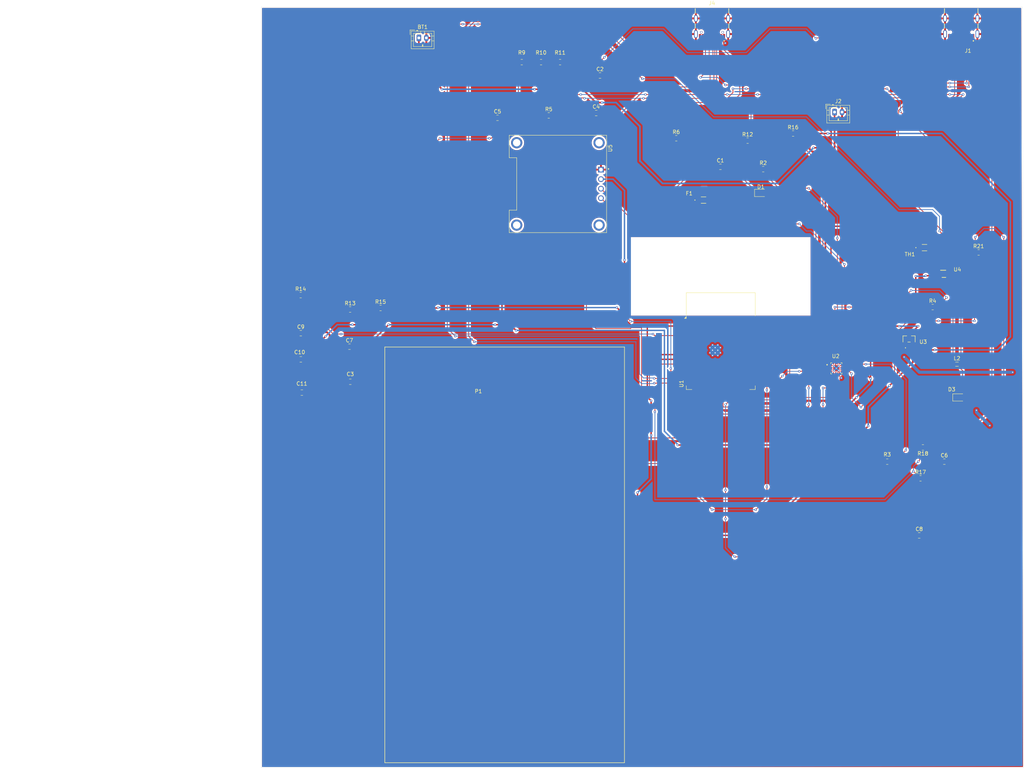
<source format=kicad_pcb>
(kicad_pcb (version 20241229) (generator "pcbnew") (generator_version "9.0")
  (layers (0 "F.Cu" signal) (2 "B.Cu" signal) (13 "F.Paste" user) (15 "B.Paste" user) (5 "F.SilkS" user "F.Silkscreen") (7 "B.SilkS" user "B.Silkscreen") (1 "F.Mask" user) (3 "B.Mask" user) (25 "Edge.Cuts" user))
  (net 0 "")
  (net 1 "Net-(D1-K)")
  (net 2 "GND")
  (net 3 "Net-(BT1-+)")
  (net 4 "IC_Output")
  (net 5 "Net-(D3-A)")
  (net 6 "+5V")
  (net 7 "/ADC")
  (net 8 "/GPIO17")
  (net 9 "+3V3")
  (net 10 "Net-(D1-A)")
  (net 11 "Net-(P1-Solar+)")
  (net 12 "/ShortDN")
  (net 13 "Net-(J1-CC2)")
  (net 16 "/ShortDP")
  (net 17 "Net-(J1-CC1)")
  (net 19 "Net-(J4-CC2)")
  (net 21 "Net-(J4-CC1)")
  (net 22 "/D-")
  (net 24 "/D+")
  (net 26 "Net-(U4-SW)")
  (net 27 "Net-(U2-TMR)")
  (net 28 "Net-(U2-ILIM)")
  (net 29 "Net-(U2-ISET)")
  (net 30 "Net-(U4-FB)")
  (net 31 "Net-(U2-~{CHG})")
  (net 32 "Net-(U2-~{PGOOD})")
  (net 33 "/GPIO14")
  (net 34 "Net-(U2-TS)")
  (net 42 "/GPIO12")
  (net 49 "/GPIO13")
  (net 61 "Net-(U1-IO8)")
  (net 63 "Net-(U1-IO9)")
  (footprint "1LDO:MODULE_DM-OLED096-636" (layer "F.Cu") (at 161.036 58.928 -90)
    (property "Reference" "U5")
    (property "Value" "DM-OLED096-636")
  )
  (footprint "Capacitor_SMD:C_0805_2012Metric" (layer "F.Cu") (at 92.6675 114.66225)
    (property "Reference" "C11")
    (property "Value" "1uF")
  )
  (footprint "Resistor_SMD:R_0805_2012Metric" (layer "F.Cu") (at 158.5995 40.64)
    (property "Reference" "R5")
    (property "Value" "5.1k")
  )
  (footprint "Capacitor_SMD:C_0805_2012Metric" (layer "F.Cu") (at 264.217 133.096)
    (property "Reference" "C6")
    (property "Value" "10uF")
  )
  (footprint "Capacitor_SMD:C_0805_2012Metric" (layer "F.Cu") (at 92.395 105.77225)
    (property "Reference" "C10")
    (property "Value" "0.1uF")
  )
  (footprint "Diode_SMD:D_0805_2012Metric" (layer "F.Cu") (at 268.149498 115.951)
    (property "Reference" "D3")
    (property "Value" "D_Schottky")
  )
  (footprint "Connector_JST:JST_PH_B2B-PH-K_1x02_P2.00mm_Vertical" (layer "F.Cu") (at 123.914 19.939)
    (property "Reference" "BT1")
    (property "Value" "LiPo_3.7V_2500mAh")
  )
  (footprint "1LDO:GCT_USB4105-GF-A" (layer "F.Cu") (at 268.732 14.732 180)
    (property "Reference" "J1")
    (property "Value" "USB4105-GF-A")
  )
  (footprint "Connector_JST:JST_PH_B2B-PH-K_1x02_P2.00mm_Vertical" (layer "F.Cu") (at 234.912 39.751)
    (property "Reference" "J2")
    (property "Value" "Conn_01x02_Pin")
  )
  (footprint "Capacitor_SMD:C_0805_2012Metric" (layer "F.Cu") (at 172.278 29.972)
    (property "Reference" "C2")
    (property "Value" "4.7uF")
  )
  (footprint "Capacitor_SMD:C_0805_2012Metric" (layer "F.Cu") (at 171.262 40.005)
    (property "Reference" "C4")
    (property "Value" "1uF")
  )
  (footprint "Resistor_SMD:R_0805_2012Metric" (layer "F.Cu") (at 257.867 137.541)
    (property "Reference" "R17")
    (property "Value" "220k")
  )
  (footprint "Resistor_SMD:R_0805_2012Metric" (layer "F.Cu") (at 261.109498 91.821)
    (property "Reference" "R4")
    (property "Value" "1.13k")
  )
  (footprint "Capacitor_SMD:C_0805_2012Metric" (layer "F.Cu") (at 257.5095 152.781)
    (property "Reference" "C8")
    (property "Value" "0.1uF")
  )
  (footprint "Audio_Module:NewNewPanel" (layer "F.Cu") (at 139.812 115.488)
    (property "Reference" "P1")
    (property "Value" "SolarPanel")
  )
  (footprint "Resistor_SMD:R_0805_2012Metric" (layer "F.Cu") (at 215.862 54.991)
    (property "Reference" "R2")
    (property "Value" "46.4k")
  )
  (footprint "1Thermistor:TRES_CMF0805_CTM" (layer "F.Cu") (at 199.9235 63.246)
    (property "Reference" "F1")
    (property "Value" "0ZRR0135FF1A")
  )
  (footprint "1LDO:GCT_USB4105-GF-A" (layer "F.Cu") (at 202.184 14.732 180)
    (property "Reference" "J4")
    (property "Value" "USB4105-GF-A")
  )
  (footprint "Resistor_SMD:R_0805_2012Metric" (layer "F.Cu") (at 192.6445 46.736)
    (property "Reference" "R6")
    (property "Value" "5.1k")
  )
  (footprint "Resistor_SMD:R_0805_2012Metric" (layer "F.Cu") (at 113.6885 92.06325)
    (property "Reference" "R15")
    (property "Value" "10k")
  )
  (footprint "Diode_SMD:D_0805_2012Metric" (layer "F.Cu") (at 215.227 61.341)
    (property "Reference" "D1")
    (property "Value" "SS14")
  )
  (footprint "Resistor_SMD:R_0805_2012Metric" (layer "F.Cu") (at 151.384 26.416)
    (property "Reference" "R9")
    (property "Value" "1.1M")
  )
  (footprint "1LDO:QFN50P300X300X100-17N" (layer "F.Cu") (at 235.392 108.166)
    (property "Reference" "U2")
    (property "Value" "BQ24075RGTR")
  )
  (footprint "Resistor_SMD:R_0805_2012Metric" (layer "F.Cu") (at 248.977 133.096)
    (property "Reference" "R3")
    (property "Value" "1.18k")
  )
  (footprint "Resistor_SMD:R_0805_2012Metric" (layer "F.Cu") (at 92.3525 88.62725)
    (property "Reference" "R14")
    (property "Value" "220k")
  )
  (footprint "Resistor_SMD:R_0805_2012Metric" (layer "F.Cu") (at 161.6245 26.416)
    (property "Reference" "R11")
    (property "Value" "56k")
  )
  (footprint "Inductor_SMD:L_0805_2012Metric" (layer "F.Cu") (at 267.5995 107.061)
    (property "Reference" "L2")
    (property "Value" "1uH")
  )
  (footprint "Capacitor_SMD:C_0805_2012Metric" (layer "F.Cu") (at 105.37575 102.39375)
    (property "Reference" "C7")
    (property "Value" "0.1uF")
  )
  (footprint "1TPS:DRL0006A" (layer "F.Cu") (at 264.111999 82.931003)
    (property "Reference" "U4")
    (property "Value" "TPS61023DRLR")
  )
  (footprint "1Thermistor:TRES_CMF0805_CTM" (layer "F.Cu") (at 258.926998 75.946)
    (property "Reference" "TH1")
    (property "Value" "Thermistor_NTC")
  )
  (footprint "Resistor_SMD:R_0805_2012Metric" (layer "F.Cu") (at 223.8395 45.466)
    (property "Reference" "R16")
    (property "Value" "10k")
  )
  (footprint "Resistor_SMD:R_0805_2012Metric" (layer "F.Cu") (at 258.502 129.286 180)
    (property "Reference" "R18")
    (property "Value" "100k")
  )
  (footprint "Resistor_SMD:R_0805_2012Metric" (layer "F.Cu") (at 105.5605 92.456)
    (property "Reference" "R13")
    (property "Value" "100k")
  )
  (footprint "Resistor_SMD:R_0805_2012Metric" (layer "F.Cu") (at 211.6945 47.371)
    (property "Reference" "R12")
    (property "Value" "56k")
  )
  (footprint "Capacitor_SMD:C_0805_2012Metric" (layer "F.Cu") (at 92.39 98.78725)
    (property "Reference" "C9")
    (property "Value" "1uF")
  )
  (footprint "RF_Module:ESP32-S3-WROOM-1" (layer "F.Cu") (at 204.527 100.876)
    (property "Reference" "U1")
    (property "Value" "ESP32-S3-WROOM-1")
  )
  (footprint "Resistor_SMD:R_0805_2012Metric" (layer "F.Cu") (at 156.5445 26.416)
    (property "Reference" "R10")
    (property "Value" "150k")
  )
  (footprint "Capacitor_SMD:C_0805_2012Metric" (layer "F.Cu") (at 204.432 54.356)
    (property "Reference" "C1")
    (property "Value" "10uF")
  )
  (footprint "1LDO:SOT23R_DIO" (layer "F.Cu") (at 254.804497 100.33)
    (property "Reference" "U3")
    (property "Value" "AP7333-33SRG-7" (hide yes))
  )
  (footprint "Resistor_SMD:R_0805_2012Metric" (layer "F.Cu") (at 273.3845 77.216)
    (property "Reference" "R21")
    (property "Value" "100k")
  )
  (footprint "Capacitor_SMD:C_0805_2012Metric" (layer "F.Cu") (at 144.907 41.275)
    (property "Reference" "C5")
    (property "Value" "47uF")
  )
  (footprint "Capacitor_SMD:C_0805_2012Metric" (layer "F.Cu") (at 105.598 111.76)
    (property "Reference" "C3")
    (property "Value" "10uF")
  )
  (gr_line (start 81.788 15.6845) (end 81.788 11.684) (stroke (width 0.05)) (layer "Edge.Cuts"))
  (gr_line (start 284.988 11.684) (end 285.496 214.884) (stroke (width 0.05)) (layer "Edge.Cuts"))
  (gr_line (start 81.788 214.884) (end 285.496 214.884) (stroke (width 0.05)) (layer "Edge.Cuts"))
  (gr_line (start 81.788 15.6845) (end 81.788 201.7395) (stroke (width 0.05)) (layer "Edge.Cuts"))
  (gr_line (start 284.988 11.684) (end 81.788 11.684) (stroke (width 0.05)) (layer "Edge.Cuts"))
  (gr_line (start 81.788 214.884) (end 81.788 201.7395) (stroke (width 0.05)) (layer "Edge.Cuts"))
  (segment (start 209.72575 56.77725) (end 207.3045 54.356) (width 0.2) (layer "F.Cu") (net 1))
  (segment (start 209.72575 56.77725) (end 195.75575 56.77725) (width 0.2) (layer "F.Cu") (net 1))
  (segment (start 236.912 85.471) (end 236.912 105.156) (width 0.2) (layer "F.Cu") (net 1))
  (segment (start 214.2895 61.341) (end 209.72575 56.77725) (width 0.2) (layer "F.Cu") (net 1))
  (segment (start 195.383 69.596) (end 225.482 69.596) (width 0.2) (layer "F.Cu") (net 1))
  (segment (start 195.75575 56.77725) (end 191.827 60.706) (width 0.2) (layer "F.Cu") (net 1))
  (segment (start 236.142 105.926) (end 236.142 106.731) (width 0.2) (layer "F.Cu") (net 1))
  (segment (start 191.827 60.706) (end 191.827 66.04) (width 0.2) (layer "F.Cu") (net 1))
  (segment (start 207.3045 54.356) (end 205.382 54.356) (width 0.2) (layer "F.Cu") (net 1))
  (segment (start 236.912 105.156) (end 236.142 105.926) (width 0.2) (layer "F.Cu") (net 1))
  (segment (start 237.547 84.836) (end 236.912 85.471) (width 0.2) (layer "F.Cu") (net 1))
  (segment (start 237.547 80.391) (end 237.547 84.836) (width 0.2) (layer "F.Cu") (net 1))
  (segment (start 191.827 66.04) (end 195.383 69.596) (width 0.2) (layer "F.Cu") (net 1))
  (via (at 225.482 69.596) (size 0.6) (drill 0.3) (layers "F.Cu" "B.Cu") (net 1))
  (via (at 237.547 80.391) (size 0.6) (drill 0.3) (layers "F.Cu" "B.Cu") (net 1))
  (segment (start 228.657 71.501) (end 237.547 80.391) (width 0.2) (layer "B.Cu") (net 1))
  (segment (start 225.482 69.596) (end 227.387 71.501) (width 0.2) (layer "B.Cu") (net 1))
  (segment (start 227.387 71.501) (end 228.657 71.501) (width 0.2) (layer "B.Cu") (net 1))
  (segment (start 235.972 108.746) (end 235.972 108.97739) (width 0.2) (layer "F.Cu") (net 2))
  (segment (start 274.297 77.216) (end 274.297 77.296) (width 0.2) (layer "F.Cu") (net 2))
  (segment (start 93.345 98.79225) (end 93.34 98.78725) (width 0.2) (layer "F.Cu") (net 2))
  (segment (start 258.4595 137.861) (end 258.7795 137.541) (width 0.2) (layer "F.Cu") (net 2))
  (segment (start 235.972 108.97739) (end 236.142 109.14739) (width 0.2) (layer "F.Cu") (net 2))
  (segment (start 170.312 40.005) (end 170.312 39.7225) (width 0.2) (layer "F.Cu") (net 2))
  (segment (start 193.557 46.736) (end 193.732 46.736) (width 0.2) (layer "F.Cu") (net 2))
  (segment (start 213.277 95.616) (end 212.797 95.616) (width 0.2) (layer "F.Cu") (net 2))
  (segment (start 160.712 26.416) (end 160.712 27.051) (width 0.2) (layer "F.Cu") (net 2))
  (segment (start 264.852 83.431002) (end 260.196998 88.086004) (width 0.2) (layer "F.Cu") (net 2))
  (segment (start 236.142 109.14739) (end 236.142 109.601) (width 0.2) (layer "F.Cu") (net 2))
  (segment (start 205.384 19.487) (end 205.384 20.98) (width 0.508) (layer "F.Cu") (net 2))
  (segment (start 236.142 109.601) (end 236.142 110.158) (width 0.2) (layer "F.Cu") (net 2))
  (segment (start 205.384 20.98) (end 205.74 21.336) (width 0.508) (layer "F.Cu") (net 2))
  (segment (start 260.196998 88.086004) (end 260.196998 91.821) (width 0.2) (layer "F.Cu") (net 2))
  (segment (start 93.6175 106.04475) (end 93.345 105.77225) (width 0.2) (layer "F.Cu") (net 2))
  (segment (start 93.34 88.70225) (end 93.265 88.62725) (width 0.2) (layer "F.Cu") (net 2))
  (segment (start 253.846998 101.346) (end 252.152 101.346) (width 0.2) (layer "F.Cu") (net 2))
  (segment (start 235.142 106.731) (end 235.142 107.916) (width 0.2) (layer "F.Cu") (net 2))
  (segment (start 213.277 95.616) (end 213.292 95.631) (width 0.2) (layer "F.Cu") (net 2))
  (segment (start 235.142 107.916) (end 235.392 108.166) (width 0.2) (layer "F.Cu") (net 2))
  (segment (start 236.142 110.158) (end 236.728 110.744) (width 0.2) (layer "F.Cu") (net 2))
  (via (at 272.796 119.38) (size 0.6) (drill 0.3) (layers "F.Cu" "B.Cu") (net 2))
  (via (at 236.728 110.744) (size 0.6) (drill 0.3) (layers "F.Cu" "B.Cu") (net 2))
  (via (at 276.352 123.444) (size 0.6) (drill 0.3) (layers "F.Cu" "B.Cu") (net 2))
  (via (at 282.448 109.22) (size 0.6) (drill 0.3) (layers "F.Cu" "B.Cu") (net 2))
  (via (at 253.492 105.156) (size 0.6) (drill 0.3) (layers "F.Cu" "B.Cu") (net 2))
  (via (at 205.74 21.336) (size 0.6) (drill 0.3) (layers "F.Cu" "B.Cu") (net 2))
  (segment (start 272.796 119.888) (end 276.352 123.444) (width 0.762) (layer "B.Cu") (net 2))
  (segment (start 272.796 119.38) (end 272.796 119.888) (width 0.762) (layer "B.Cu") (net 2))
  (segment (start 253.492 105.156) (end 257.556 109.22) (width 0.762) (layer "B.Cu") (net 2))
  (segment (start 257.556 109.22) (end 282.448 109.22) (width 0.762) (layer "B.Cu") (net 2))
  (segment (start 233.40767 108.02533) (end 233.957 108.02533) (width 0.4318) (layer "F.Cu") (net 3))
  (segment (start 232.467 107.696) (end 233.102 108.331) (width 0.4318) (layer "F.Cu") (net 3))
  (segment (start 234.912 50.546) (end 234.912 60.801) (width 0.4318) (layer "F.Cu") (net 3))
  (segment (start 229.292 49.276) (end 233.642 49.276) (width 0.4318) (layer "F.Cu") (net 3))
  (segment (start 123.914 32.004) (end 123.914 27.432) (width 0.4318) (layer "F.Cu") (net 3))
  (segment (start 234.912 60.801) (end 233.102 62.611) (width 0.4318) (layer "F.Cu") (net 3))
  (segment (start 233.642 49.276) (end 234.912 50.546) (width 0.4318) (layer "F.Cu") (net 3))
  (segment (start 130.048 33.566) (end 123.914 27.432) (width 0.4318) (layer "F.Cu") (net 3))
  (segment (start 232.467 62.611) (end 232.467 107.696) (width 0.4318) (layer "F.Cu") (net 3))
  (segment (start 123.914 27.432) (end 123.914 19.939) (width 0.4318) (layer "F.Cu") (net 3))
  (segment (start 172.7395 37.2485) (end 172.777 37.211) (width 0.4318) (layer "F.Cu") (net 3))
  (segment (start 233.102 108.331) (end 233.40767 108.02533) (width 0.4318) (layer "F.Cu") (net 3))
  (segment (start 233.16817 108.39717) (end 233.187 108.39717) (width 0.4318) (layer "F.Cu") (net 3))
  (segment (start 130.048 33.655) (end 130.048 33.566) (width 0.4318) (layer "F.Cu") (net 3))
  (segment (start 154.813 33.655) (end 167.645 33.655) (width 0.4318) (layer "F.Cu") (net 3))
  (segment (start 104.648 92.456) (end 104.648 51.27) (width 0.381) (layer "F.Cu") (net 3))
  (segment (start 167.645 33.655) (end 171.201 37.211) (width 0.4318) (layer "F.Cu") (net 3))
  (segment (start 104.648 51.27) (end 123.914 32.004) (width 0.381) (layer "F.Cu") (net 3))
  (segment (start 234.912 39.751) (end 234.912 50.546) (width 0.4318) (layer "F.Cu") (net 3))
  (segment (start 171.201 37.211) (end 172.777 37.211) (width 0.4318) (layer "F.Cu") (net 3))
  (segment (start 167.645 33.655) (end 171.328 29.972) (width 0.4318) (layer "F.Cu") (net 3))
  (segment (start 233.187 108.416) (end 233.957 108.416) (width 0.4318) (layer "F.Cu") (net 3))
  (segment (start 233.102 108.331) (end 233.16817 108.39717) (width 0.4318) (layer "F.Cu") (net 3))
  (segment (start 233.102 62.611) (end 232.467 62.611) (width 0.4318) (layer "F.Cu") (net 3))
  (via (at 130.048 33.655) (size 0.6) (drill 0.3) (layers "F.Cu" "B.Cu") (net 3))
  (via (at 154.813 33.655) (size 0.6) (drill 0.3) (layers "F.Cu" "B.Cu") (net 3))
  (via (at 172.777 37.211) (size 0.6) (drill 0.3) (layers "F.Cu" "B.Cu") (net 3))
  (via (at 229.292 49.276) (size 0.6) (drill 0.3) (layers "F.Cu" "B.Cu") (net 3))
  (segment (start 145.726 33.655) (end 154.813 33.655) (width 0.4318) (layer "B.Cu") (net 3))
  (segment (start 130.048 33.655) (end 145.726 33.655) (width 0.4318) (layer "B.Cu") (net 3))
  (segment (start 176.587 37.211) (end 182.937 43.561) (width 0.4318) (layer "B.Cu") (net 3))
  (segment (start 219.767 58.801) (end 229.292 49.276) (width 0.4318) (layer "B.Cu") (net 3))
  (segment (start 183.007 52.832) (end 188.976 58.801) (width 0.4318) (layer "B.Cu") (net 3))
  (segment (start 182.937 52.832) (end 183.007 52.832) (width 0.4318) (layer "B.Cu") (net 3))
  (segment (start 172.777 37.211) (end 176.587 37.211) (width 0.4318) (layer "B.Cu") (net 3))
  (segment (start 182.937 43.561) (end 182.937 52.832) (width 0.4318) (layer "B.Cu") (net 3))
  (segment (start 188.976 58.801) (end 219.767 58.801) (width 0.4318) (layer "B.Cu") (net 3))
  (segment (start 247.199 96.901) (end 244.532 99.568) (width 0.381) (layer "F.Cu") (net 4))
  (segment (start 167.132 41.656) (end 170.561 41.656) (width 0.381) (layer "F.Cu") (net 4))
  (segment (start 242.077 108.416) (end 240.214 108.416) (width 0.381) (layer "F.Cu") (net 4))
  (segment (start 263.371998 83.431002) (end 263.371998 82.931) (width 0.381) (layer "F.Cu") (net 4))
  (segment (start 257.232 96.901) (end 254.819 99.314) (width 0.381) (layer "F.Cu") (net 4))
  (segment (start 236.827 107.916) (end 239.714 107.916) (width 0.381) (layer "F.Cu") (net 4))
  (segment (start 149.86 98.044) (end 149.4505 97.6345) (width 0.381) (layer "F.Cu") (net 4))
  (segment (start 249.993 94.361) (end 254.692 94.361) (width 0.381) (layer "F.Cu") (net 4))
  (segment (start 146.107 45.409) (end 153.924 37.592) (width 0.381) (layer "F.Cu") (net 4))
  (segment (start 244.532 99.568) (end 244.532 110.871) (width 0.381) (layer "F.Cu") (net 4))
  (segment (start 240.214 108.416) (end 239.452 108.416) (width 0.381) (layer "F.Cu") (net 4))
  (segment (start 146.107 96.52) (end 146.107 45.409) (width 0.381) (layer "F.Cu") (net 4))
  (segment (start 149.4505 97.6345) (end 147.2215 97.6345) (width 0.381) (layer "F.Cu") (net 4))
  (segment (start 244.532 110.871) (end 242.077 108.416) (width 0.381) (layer "F.Cu") (net 4))
  (segment (start 239.452 108.416) (end 236.827 108.416) (width 0.381) (layer "F.Cu") (net 4))
  (segment (start 144.272 96.52) (end 146.107 96.52) (width 0.381) (layer "F.Cu") (net 4))
  (segment (start 248.342 96.901) (end 252.152 96.901) (width 0.381) (layer "F.Cu") (net 4))
  (segment (start 248.342 96.901) (end 247.199 96.901) (width 0.381) (layer "F.Cu") (net 4))
  (segment (start 170.561 41.656) (end 172.212 40.005) (width 0.381) (layer "F.Cu") (net 4))
  (segment (start 228.022 128.651) (end 240.722 115.951) (width 0.381) (layer "F.Cu") (net 4))
  (segment (start 172.212 40.9975) (end 172.212 40.005) (width 0.381) (layer "F.Cu") (net 4))
  (segment (start 254.692 94.361) (end 256.597 92.456) (width 0.381) (layer "F.Cu") (net 4))
  (segment (start 163.068 37.592) (end 167.132 41.656) (width 0.381) (layer "F.Cu") (net 4))
  (segment (start 254.819 99.314) (end 254.804497 99.314) (width 0.381) (layer "F.Cu") (net 4))
  (segment (start 153.924 37.592) (end 163.068 37.592) (width 0.381) (layer "F.Cu") (net 4))
  (segment (start 106.548 105.796) (end 115.824 96.52) (width 0.381) (layer "F.Cu") (net 4))
  (segment (start 248.342 96.901) (end 248.342 96.012) (width 0.381) (layer "F.Cu") (net 4))
  (segment (start 259.137 83.566) (end 259.271998 83.431002) (width 0.381) (layer "F.Cu") (net 4))
  (segment (start 248.342 96.012) (end 249.993 94.361) (width 0.381) (layer "F.Cu") (net 4))
  (segment (start 193.04 128.651) (end 228.022 128.651) (width 0.381) (layer "F.Cu") (net 4))
  (segment (start 239.714 107.916) (end 240.214 108.416) (width 0.381) (layer "F.Cu") (net 4))
  (segment (start 256.597 92.456) (end 256.597 83.566) (width 0.381) (layer "F.Cu") (net 4))
  (segment (start 263.371998 83.431002) (end 259.271998 83.431002) (width 0.381) (layer "F.Cu") (net 4))
  (segment (start 106.548 111.76) (end 106.548 105.796) (width 0.381) (layer "F.Cu") (net 4))
  (segment (start 147.2215 97.6345) (end 146.107 96.52) (width 0.381) (layer "F.Cu") (net 4))
  (via (at 257.232 96.901) (size 0.6) (drill 0.3) (layers "F.Cu" "B.Cu") (net 4))
  (via (at 252.152 96.901) (size 0.6) (drill 0.3) (layers "F.Cu" "B.Cu") (net 4))
  (via (at 259.271998 83.431002) (size 0.6) (drill 0.3) (layers "F.Cu" "B.Cu") (net 4))
  (via (at 244.532 110.871) (size 0.6) (drill 0.3) (layers "F.Cu" "B.Cu") (net 4))
  (via (at 240.722 115.951) (size 0.6) (drill 0.3) (layers "F.Cu" "B.Cu") (net 4))
  (via (at 144.272 96.52) (size 0.6) (drill 0.3) (layers "F.Cu" "B.Cu") (net 4))
  (via (at 193.04 128.651) (size 0.6) (drill 0.3) (layers "F.Cu" "B.Cu") (net 4))
  (via (at 256.597 83.566) (size 0.6) (drill 0.3) (layers "F.Cu" "B.Cu") (net 4))
  (via (at 149.86 98.044) (size 0.6) (drill 0.3) (layers "F.Cu" "B.Cu") (net 4))
  (via (at 115.824 96.52) (size 0.6) (drill 0.3) (layers "F.Cu" "B.Cu") (net 4))
  (segment (start 252.152 96.901) (end 257.232 96.901) (width 0.381) (layer "B.Cu") (net 4))
  (segment (start 244.532 112.141) (end 244.532 110.871) (width 0.381) (layer "B.Cu") (net 4))
  (segment (start 189.484 98.044) (end 189.484 124.968) (width 0.381) (layer "B.Cu") (net 4))
  (segment (start 115.824 96.52) (end 144.272 96.52) (width 0.381) (layer "B.Cu") (net 4))
  (segment (start 259.271998 83.431002) (end 259.137 83.566) (width 0.381) (layer "B.Cu") (net 4))
  (segment (start 189.484 124.968) (end 193.04 128.524) (width 0.381) (layer "B.Cu") (net 4))
  (segment (start 149.86 98.044) (end 189.484 98.044) (width 0.381) (layer "B.Cu") (net 4))
  (segment (start 259.137 83.566) (end 256.597 83.566) (width 0.381) (layer "B.Cu") (net 4))
  (segment (start 240.722 115.951) (end 244.532 112.141) (width 0.381) (layer "B.Cu") (net 4))
  (segment (start 214.376 35.052) (end 265.684 35.052) (width 0.2) (layer "F.Cu") (net 5))
  (segment (start 265.781549 73.552923) (end 265.781549 82.706451) (width 0.2) (layer "F.Cu") (net 5))
  (segment (start 268.662 85.586903) (end 265.781549 82.706451) (width 0.2) (layer "F.Cu") (net 5))
  (segment (start 265.781549 82.706451) (end 265.506098 82.431001) (width 0.2) (layer "F.Cu") (net 5))
  (segment (start 251.9226 39.394774) (end 251.9226 59.693974) (width 0.2) (layer "F.Cu") (net 5))
  (segment (start 184.404 35.052) (end 206.248 35.052) (width 0.2) (layer "F.Cu") (net 5))
  (segment (start 254.233374 37.084) (end 251.9226 39.394774) (width 0.2) (layer "F.Cu") (net 5))
  (segment (start 268.662 107.061) (end 268.662 85.586903) (width 0.2) (layer "F.Cu") (net 5))
  (segment (start 269.086998 108.755998) (end 269.086998 115.951) (width 0.2) (layer "F.Cu") (net 5))
  (segment (start 268.662 107.061) (end 268.662 108.331) (width 0.2) (layer "F.Cu") (net 5))
  (segment (start 251.9226 59.693974) (end 265.781549 73.552923) (width 0.2) (layer "F.Cu") (net 5))
  (segment (start 265.506098 82.431001) (end 264.852 82.431001) (width 0.2) (layer "F.Cu") (net 5))
  (segment (start 269.24 35.052) (end 267.208 37.084) (width 0.2) (layer "F.Cu") (net 5))
  (segment (start 150.4715 35.052) (end 150.4715 36.6605) (width 0.2) (layer "F.Cu") (net 5))
  (segment (start 150.4715 36.6605) (end 148.938 38.194) (width 0.2) (layer "F.Cu") (net 5))
  (segment (start 267.208 37.084) (end 254.233374 37.084) (width 0.2) (layer "F.Cu") (net 5))
  (segment (start 268.662 108.331) (end 269.086998 108.755998) (width 0.2) (layer "F.Cu") (net 5))
  (segment (start 150.4715 35.052) (end 167.132 35.052) (width 0.2) (layer "F.Cu") (net 5))
  (segment (start 150.4715 26.416) (end 150.4715 35.052) (width 0.2) (layer "F.Cu") (net 5))
  (segment (start 148.938 38.194) (end 145.857 41.275) (width 0.2) (layer "F.Cu") (net 5))
  (via (at 265.684 35.052) (size 0.6) (drill 0.3) (layers "F.Cu" "B.Cu") (net 5))
  (via (at 214.376 35.052) (size 0.6) (drill 0.3) (layers "F.Cu" "B.Cu") (net 5))
  (via (at 206.248 35.052) (size 0.6) (drill 0.3) (layers "F.Cu" "B.Cu") (net 5))
  (via (at 184.404 35.052) (size 0.6) (drill 0.3) (layers "F.Cu" "B.Cu") (net 5))
  (via (at 167.132 35.052) (size 0.6) (drill 0.3) (layers "F.Cu" "B.Cu") (net 5))
  (via (at 269.24 35.052) (size 0.6) (drill 0.3) (layers "F.Cu" "B.Cu") (net 5))
  (segment (start 265.684 35.052) (end 269.24 35.052) (width 0.2) (layer "B.Cu") (net 5))
  (segment (start 167.132 35.052) (end 184.404 35.052) (width 0.2) (layer "B.Cu") (net 5))
  (segment (start 206.248 35.052) (end 214.376 35.052) (width 0.2) (layer "B.Cu") (net 5))
  (segment (start 267.211998 121.488502) (end 267.211998 115.951) (width 0.2) (layer "F.Cu") (net 6))
  (segment (start 273.869 29.464) (end 276.917 32.512) (width 0.2) (layer "F.Cu") (net 6))
  (segment (start 276.917 119.2065) (end 273.14725 122.97625) (width 0.2) (layer "F.Cu") (net 6))
  (segment (start 265.72425 122.97625) (end 262.13325 126.56725) (width 0.2) (layer "F.Cu") (net 6))
  (segment (start 212.09 25.654) (end 207.886 25.654) (width 0.2) (layer "F.Cu") (net 6))
  (segment (start 267.211998 121.488502) (end 265.72425 122.97625) (width 0.2) (layer "F.Cu") (net 6))
  (segment (start 262.13325 126.56725) (end 259.4145 129.286) (width 0.2) (layer "F.Cu") (net 6))
  (segment (start 273.14725 122.97625) (end 265.72425 122.97625) (width 0.2) (layer "F.Cu") (net 6))
  (segment (start 259.4145 129.286) (end 259.457 129.286) (width 0.2) (layer "F.Cu") (net 6))
  (segment (start 276.917 32.512) (end 276.917 119.2065) (width 0.2) (layer "F.Cu") (net 6))
  (segment (start 231.14 21.463) (end 216.281 21.463) (width 0.2) (layer "F.Cu") (net 6))
  (segment (start 271.132 30.112) (end 271.132 19.487) (width 0.2) (layer "F.Cu") (net 6))
  (segment (start 270.764 33.02) (end 270.764 30.48) (width 0.2) (layer "F.Cu") (net 6))
  (segment (start 216.281 21.463) (end 212.09 25.654) (width 0.2) (layer "F.Cu") (net 6))
  (segment (start 270.764 30.48) (end 271.132 30.112) (width 0.2) (layer "F.Cu") (net 6))
  (segment (start 258.572 24.892) (end 258.572 29.464) (width 0.2) (layer "F.Cu") (net 6))
  (segment (start 255.143 21.463) (end 258.572 24.892) (width 0.2) (layer "F.Cu") (net 6))
  (segment (start 207.886 25.654) (end 204.584 22.352) (width 0.2) (layer "F.Cu") (net 6))
  (segment (start 271.132 30.112) (end 271.78 29.464) (width 0.2) (layer "F.Cu") (net 6))
  (segment (start 258.572 29.464) (end 262.128 33.02) (width 0.2) (layer "F.Cu") (net 6))
  (segment (start 271.78 29.464) (end 273.869 29.464) (width 0.2) (layer "F.Cu") (net 6))
  (segment (start 204.584 22.352) (end 204.584 19.487) (width 0.2) (layer "F.Cu") (net 6))
  (segment (start 259.457 129.286) (end 263.267 133.096) (width 0.2) (layer "F.Cu") (net 6))
  (segment (start 262.128 33.02) (end 265.684 33.02) (width 0.2) (layer "F.Cu") (net 6))
  (segment (start 231.14 21.463) (end 255.143 21.463) (width 0.2) (layer "F.Cu") (net 6))
  (segment (start 231.14 21.463) (end 229.673 21.463) (width 0.2) (layer "F.Cu") (net 6))
  (via (at 265.684 33.02) (size 0.6) (drill 0.3) (layers "F.Cu" "B.Cu") (net 6))
  (via (at 270.764 33.02) (size 0.6) (drill 0.3) (layers "F.Cu" "B.Cu") (net 6))
  (segment (start 265.684 33.02) (end 270.764 33.02) (width 0.2) (layer "B.Cu") (net 6))
  (segment (start 91.44 88.62725) (end 97.672375 94.859625) (width 0.2) (layer "F.Cu") (net 7))
  (segment (start 104.42575 102.39375) (end 101.6 99.568) (width 0.2) (layer "F.Cu") (net 7))
  (segment (start 105.457 94.996) (end 106.473 93.98) (width 0.2) (layer "F.Cu") (net 7))
  (segment (start 97.672375 95.640375) (end 97.672375 94.859625) (width 0.2) (layer "F.Cu") (net 7))
  (segment (start 106.473 93.98) (end 106.473 92.456) (width 0.2) (layer "F.Cu") (net 7))
  (segment (start 101.6 99.568) (end 97.672375 95.640375) (width 0.2) (layer "F.Cu") (net 7))
  (segment (start 186.8474 99.426) (end 195.777 99.426) (width 0.2) (layer "F.Cu") (net 7))
  (segment (start 186.436 99.0146) (end 186.8474 99.426) (width 0.2) (layer "F.Cu") (net 7))
  (segment (start 97.672375 94.859625) (end 97.80875 94.996) (width 0.2) (layer "F.Cu") (net 7))
  (segment (start 103.124 99.0146) (end 102.1534 99.0146) (width 0.2) (layer "F.Cu") (net 7))
  (segment (start 102.1534 99.0146) (end 101.6 99.568) (width 0.2) (layer "F.Cu") (net 7))
  (segment (start 97.80875 94.996) (end 105.457 94.996) (width 0.2) (layer "F.Cu") (net 7))
  (via (at 103.124 99.0146) (size 0.6) (drill 0.3) (layers "F.Cu" "B.Cu") (net 7))
  (via (at 186.436 99.0146) (size 0.6) (drill 0.3) (layers "F.Cu" "B.Cu") (net 7))
  (segment (start 186.436 99.0146) (end 103.124 99.0146) (width 0.2) (layer "B.Cu") (net 7))
  (segment (start 103.124 99.0146) (end 103.0786 99.0146) (width 0.2) (layer "B.Cu") (net 7))
  (segment (start 186.944 119.761) (end 186.944 116.275) (width 0.2) (layer "F.Cu") (net 8))
  (segment (start 185.492 107.046) (end 195.777 107.046) (width 0.2) (layer "F.Cu") (net 8))
  (segment (start 257.5895 132.7385) (end 257.5895 129.286) (width 0.2) (layer "F.Cu") (net 8))
  (segment (start 256.9545 137.541) (end 256.9545 136.6285) (width 0.2) (layer "F.Cu") (net 8))
  (segment (start 186.944 116.275) (end 185.477 114.808) (width 0.2) (layer "F.Cu") (net 8))
  (segment (start 185.477 114.808) (end 185.477 107.061) (width 0.2) (layer "F.Cu") (net 8))
  (segment (start 256.5595 152.781) (end 256.5595 137.936) (width 0.2) (layer "F.Cu") (net 8))
  (segment (start 185.477 107.061) (end 185.492 107.046) (width 0.2) (layer "F.Cu") (net 8))
  (segment (start 256.5595 137.936) (end 256.9545 137.541) (width 0.2) (layer "F.Cu") (net 8))
  (segment (start 257.232 133.096) (end 257.5895 132.7385) (width 0.2) (layer "F.Cu") (net 8))
  (segment (start 256.9545 136.6285) (end 255.962 135.636) (width 0.2) (layer "F.Cu") (net 8))
  (via (at 186.944 119.761) (size 0.6) (drill 0.3) (layers "F.Cu" "B.Cu") (net 8))
  (via (at 255.962 135.636) (size 0.6) (drill 0.3) (layers "F.Cu" "B.Cu") (net 8))
  (via (at 257.232 133.096) (size 0.6) (drill 0.3) (layers "F.Cu" "B.Cu") (net 8))
  (segment (start 248.342 143.256) (end 255.962 135.636) (width 0.2) (layer "B.Cu") (net 8))
  (segment (start 255.962 135.636) (end 255.962 134.366) (width 0.2) (layer "B.Cu") (net 8))
  (segment (start 255.962 134.366) (end 257.232 133.096) (width 0.2) (layer "B.Cu") (net 8))
  (segment (start 186.944 143.256) (end 248.342 143.256) (width 0.2) (layer "B.Cu") (net 8))
  (segment (start 186.944 119.761) (end 186.944 143.256) (width 0.2) (layer "B.Cu") (net 8))
  (segment (start 184.912 96.886) (end 195.777 96.886) (width 0.381) (layer "F.Cu") (net 9))
  (segment (start 91.445 101.092) (end 91.445 98.79225) (width 0.381) (layer "F.Cu") (net 9))
  (segment (start 184.912 105.776) (end 195.777 105.776) (width 0.381) (layer "F.Cu") (net 9))
  (segment (start 255.761996 106.626004) (end 255.761996 101.346) (width 0.381) (layer "F.Cu") (net 9))
  (segment (start 224.752 45.466) (end 233.102 45.466) (width 0.381) (layer "F.Cu") (net 9))
  (segment (start 178.816 94.488) (end 178.816 79.248) (width 0.381) (layer "F.Cu") (net 9))
  (segment (start 261.677 103.251) (end 259.137 103.251) (width 0.381) (layer "F.Cu") (net 9))
  (segment (start 97.536 101.092) (end 99.06 99.568) (width 0.381) (layer "F.Cu") (net 9))
  (segment (start 114.601 92.06325) (end 128.91675 92.06325) (width 0.381) (layer "F.Cu") (net 9))
  (segment (start 128.91675 92.06325) (end 129.032 91.948) (width 0.381) (layer "F.Cu") (net 9))
  (segment (start 185.928 116.84) (end 185.928 125.984) (width 0.381) (layer "F.Cu") (net 9))
  (segment (start 110.14425 96.52) (end 114.601 92.06325) (width 0.381) (layer "F.Cu") (net 9))
  (segment (start 178.816 94.890613) (end 180.811387 96.886) (width 0.381) (layer "F.Cu") (net 9))
  (segment (start 180.811387 96.886) (end 184.912 96.886) (width 0.381) (layer "F.Cu") (net 9))
  (segment (start 184.912 104.506) (end 184.912 96.886) (width 0.381) (layer "F.Cu") (net 9))
  (segment (start 185.928 116.84) (end 184.912 115.824) (width 0.381) (layer "F.Cu") (net 9))
  (segment (start 91.445 98.79225) (end 91.44 98.78725) (width 0.381) (layer "F.Cu") (net 9))
  (segment (start 91.7175 110.85225) (end 91.7175 106.04475) (width 0.381) (layer "F.Cu") (net 9))
  (segment (start 91.445 101.092) (end 97.536 101.092) (width 0.381) (layer "F.Cu") (net 9))
  (segment (start 184.912 104.506) (end 184.912 105.776) (width 0.381) (layer "F.Cu") (net 9))
  (segment (start 176.784 91.948) (end 178.816 93.98) (width 0.381) (layer "F.Cu") (net 9))
  (segment (start 214.687 152.781) (end 243.897 123.571) (width 0.381) (layer "F.Cu") (net 9))
  (segment (start 184.912 115.824) (end 184.912 105.776) (width 0.381) (layer "F.Cu") (net 9))
  (segment (start 259.137 103.251) (end 255.761996 106.626004) (width 0.381) (layer "F.Cu") (net 9))
  (segment (start 91.445 105.77225) (end 91.445 101.092) (width 0.381) (layer "F.Cu") (net 9))
  (segment (start 91.7175 106.04475) (end 91.445 105.77225) (width 0.381) (layer "F.Cu") (net 9))
  (segment (start 249.612 112.776) (end 255.761996 106.626004) (width 0.381) (layer "F.Cu") (net 9))
  (segment (start 178.816 93.98) (end 178.816 94.488) (width 0.381) (layer "F.Cu") (net 9))
  (segment (start 178.816 94.488) (end 178.816 94.890613) (width 0.381) (layer "F.Cu") (net 9))
  (segment (start 184.912 104.506) (end 195.777 104.506) (width 0.381) (layer "F.Cu") (net 9))
  (segment (start 91.7175 114.66225) (end 91.7175 110.85225) (width 0.381) (layer "F.Cu") (net 9))
  (segment (start 187.452 152.781) (end 214.687 152.781) (width 0.381) (layer "F.Cu") (net 9))
  (segment (start 182.302 141.351) (end 182.302 147.631) (width 0.381) (layer "F.Cu") (net 9))
  (segment (start 106.172 96.52) (end 110.14425 96.52) (width 0.381) (layer "F.Cu") (net 9))
  (segment (start 182.302 147.631) (end 187.452 152.781) (width 0.381) (layer "F.Cu") (net 9))
  (via (at 182.302 141.351) (size 0.6) (drill 0.3) (layers "F.Cu" "B.Cu") (net 9))
  (via (at 233.102 45.466) (size 0.6) (drill 0.3) (layers "F.Cu" "B.Cu") (net 9))
  (via (at 249.612 112.776) (size 0.6) (drill 0.3) (layers "F.Cu" "B.Cu") (net 9))
  (via (at 99.06 99.568) (size 0.6) (drill 0.3) (layers "F.Cu" "B.Cu") (net 9))
  (via (at 176.784 91.948) (size 0.6) (drill 0.3) (layers "F.Cu" "B.Cu") (net 9))
  (via (at 185.928 125.984) (size 0.6) (drill 0.3) (layers "F.Cu" "B.Cu") (net 9))
  (via (at 261.677 103.251) (size 0.6) (drill 0.3) (layers "F.Cu" "B.Cu") (net 9))
  (via (at 185.928 116.84) (size 0.6) (drill 0.3) (layers "F.Cu" "B.Cu") (net 9))
  (via (at 243.897 123.571) (size 0.6) (drill 0.3) (layers "F.Cu" "B.Cu") (net 9))
  (via (at 106.172 96.52) (size 0.6) (drill 0.3) (layers "F.Cu" "B.Cu") (net 9))
  (via (at 129.032 91.948) (size 0.6) (drill 0.3) (layers "F.Cu" "B.Cu") (net 9))
  (via (at 178.816 79.248) (size 0.6) (drill 0.3) (layers "F.Cu" "B.Cu") (net 9))
  (segment (start 182.302 141.351) (end 185.928 137.725) (width 0.381) (layer "B.Cu") (net 9))
  (segment (start 129.032 91.948) (end 176.784 91.948) (width 0.381) (layer "B.Cu") (net 9))
  (segment (start 278.384 103.251) (end 281.87 99.765) (width 0.381) (layer "B.Cu") (net 9))
  (segment (start 263.582 45.466) (end 233.102 45.466) (width 0.381) (layer "B.Cu") (net 9))
  (segment (start 261.677 103.251) (end 278.384 103.251) (width 0.381) (layer "B.Cu") (net 9))
  (segment (start 178.816 60.706) (end 178.816 79.248) (width 0.381) (layer "B.Cu") (net 9))
  (segment (start 243.897 123.571) (end 243.897 118.491) (width 0.381) (layer "B.Cu") (net 9))
  (segment (start 281.87 63.754) (end 263.582 45.466) (width 0.381) (layer "B.Cu") (net 9))
  (segment (start 243.897 118.491) (end 249.612 112.776) (width 0.381) (layer "B.Cu") (net 9))
  (segment (start 172.536 57.658) (end 175.768 57.658) (width 0.381) (layer "B.Cu") (net 9))
  (segment (start 185.928 137.725) (end 185.928 125.984) (width 0.381) (layer "B.Cu") (net 9))
  (segment (start 281.87 99.765) (end 281.87 63.754) (width 0.381) (layer "B.Cu") (net 9))
  (segment (start 102.108 96.52) (end 106.172 96.52) (width 0.381) (layer "B.Cu") (net 9))
  (segment (start 175.768 57.658) (end 178.816 60.706) (width 0.381) (layer "B.Cu") (net 9))
  (segment (start 99.06 99.568) (end 102.108 96.52) (width 0.381) (layer "B.Cu") (net 9))
  (segment (start 185.928 125.984) (end 185.928 125.927) (width 0.381) (layer "B.Cu") (net 9))
  (segment (start 205.162 64.516) (end 200.717 60.071) (width 0.2) (layer "F.Cu") (net 10))
  (segment (start 215.957 64.516) (end 205.162 64.516) (width 0.2) (layer "F.Cu") (net 10))
  (segment (start 199.447 60.071) (end 198.717 60.801) (width 0.2) (layer "F.Cu") (net 10))
  (segment (start 200.717 60.071) (end 199.447 60.071) (width 0.2) (layer "F.Cu") (net 10))
  (segment (start 198.717 60.801) (end 198.717 63.246) (width 0.2) (layer "F.Cu") (net 10))
  (segment (start 216.1645 61.341) (end 216.1645 64.3085) (width 0.2) (layer "F.Cu") (net 10))
  (segment (start 216.1645 64.3085) (end 215.957 64.516) (width 0.2) (layer "F.Cu") (net 10))
  (segment (start 216.846 107.315) (end 216.846 113.919) (width 0.2) (layer "F.Cu") (net 11))
  (segment (start 189.865 133.604) (end 156.428 133.604) (width 0.2) (layer "F.Cu") (net 11))
  (segment (start 201.13 63.246) (end 204.305 66.421) (width 0.2) (layer "F.Cu") (net 11))
  (segment (start 202.184 145.923) (end 189.865 133.604) (width 0.2) (layer "F.Cu") (net 11))
  (segment (start 216.846 139.827) (end 216.846 141.732) (width 0.2) (layer "F.Cu") (net 11))
  (segment (start 216.846 142.945) (end 216.846 141.732) (width 0.2) (layer "F.Cu") (net 11))
  (segment (start 156.428 133.604) (end 142.812 119.988) (width 0.2) (layer "F.Cu") (net 11))
  (segment (start 213.868 145.923) (end 216.846 142.945) (width 0.2) (layer "F.Cu") (net 11))
  (segment (start 229.927 94.234) (end 216.846 107.315) (width 0.2) (layer "F.Cu") (net 11))
  (segment (start 229.927 66.421) (end 229.927 94.234) (width 0.2) (layer "F.Cu") (net 11))
  (segment (start 204.305 66.421) (end 229.927 66.421) (width 0.2) (layer "F.Cu") (net 11))
  (via (at 216.846 113.919) (size 0.6) (drill 0.3) (layers "F.Cu" "B.Cu") (net 11))
  (via (at 213.868 145.923) (size 0.6) (drill 0.3) (layers "F.Cu" "B.Cu") (net 11))
  (via (at 202.184 145.923) (size 0.6) (drill 0.3) (layers "F.Cu" "B.Cu") (net 11))
  (via (at 216.846 139.827) (size 0.6) (drill 0.3) (layers "F.Cu" "B.Cu") (net 11))
  (segment (start 213.868 145.923) (end 202.184 145.923) (width 0.2) (layer "B.Cu") (net 11))
  (segment (start 202.184 145.923) (end 202.114 145.923) (width 0.2) (layer "B.Cu") (net 11))
  (segment (start 216.846 113.919) (end 216.846 139.827) (width 0.2) (layer "B.Cu") (net 11))
  (segment (start 269.482 18.712) (end 269.482 19.487) (width 0.2) (layer "F.Cu") (net 12))
  (segment (start 268.482 18.7552) (end 268.5786 18.6586) (width 0.2) (layer "F.Cu") (net 12))
  (segment (start 269.4286 18.6586) (end 269.482 18.712) (width 0.2) (layer "F.Cu") (net 12))
  (segment (start 268.482 19.487) (end 268.482 18.7552) (width 0.2) (layer "F.Cu") (net 12))
  (segment (start 268.5786 18.6586) (end 269.4286 18.6586) (width 0.2) (layer "F.Cu") (net 12))
  (segment (start 266.192 35.941) (end 266.982 35.151) (width 0.2) (layer "F.Cu") (net 13))
  (segment (start 212.607 38.726) (end 215.392 35.941) (width 0.2) (layer "F.Cu") (net 13))
  (segment (start 212.607 47.371) (end 212.607 38.726) (width 0.2) (layer "F.Cu") (net 13))
  (segment (start 266.982 35.151) (end 266.982 19.487) (width 0.2) (layer "F.Cu") (net 13))
  (segment (start 215.392 35.941) (end 266.192 35.941) (width 0.2) (layer "F.Cu") (net 13))
  (segment (start 268.0354 20.3154) (end 267.982 20.262) (width 0.2) (layer "F.Cu") (net 16))
  (segment (start 268.982 19.487) (end 268.982 20.262) (width 0.2) (layer "F.Cu") (net 16))
  (segment (start 267.982 20.262) (end 267.982 19.487) (width 0.2) (layer "F.Cu") (net 16))
  (segment (start 268.9286 20.3154) (end 268.0354 20.3154) (width 0.2) (layer "F.Cu") (net 16))
  (segment (start 268.982 20.262) (end 268.9286 20.3154) (width 0.2) (layer "F.Cu") (net 16))
  (segment (start 262.636 32.004) (end 265.684 32.004) (width 0.2) (layer "F.Cu") (net 17))
  (segment (start 162.537 26.416) (end 172.142 26.416) (width 0.2) (layer "F.Cu") (net 17))
  (segment (start 260.096 24.892) (end 260.096 29.464) (width 0.2) (layer "F.Cu") (net 17))
  (segment (start 172.142 26.416) (end 173.412 25.146) (width 0.2) (layer "F.Cu") (net 17))
  (segment (start 270.2116 30.4756) (end 269.982 30.246) (width 0.2) (layer "F.Cu") (net 17))
  (segment (start 270.2116 32.004) (end 270.2116 30.4756) (width 0.2) (layer "F.Cu") (net 17))
  (segment (start 260.096 29.464) (end 262.636 32.004) (width 0.2) (layer "F.Cu") (net 17))
  (segment (start 230.054 19.939) (end 255.143 19.939) (width 0.2) (layer "F.Cu") (net 17))
  (segment (start 255.143 19.939) (end 260.096 24.892) (width 0.2) (layer "F.Cu") (net 17))
  (segment (start 269.982 30.246) (end 269.982 19.487) (width 0.2) (layer "F.Cu") (net 17))
  (segment (start 229.927 20.066) (end 229.822 20.171) (width 0.2) (layer "F.Cu") (net 17))
  (segment (start 229.927 20.066) (end 230.054 19.939) (width 0.2) (layer "F.Cu") (net 17))
  (via (at 173.412 25.146) (size 0.6) (drill 0.3) (layers "F.Cu" "B.Cu") (net 17))
  (via (at 229.927 20.066) (size 0.6) (drill 0.3) (layers "F.Cu" "B.Cu") (net 17))
  (via (at 265.684 32.004) (size 0.6) (drill 0.3) (layers "F.Cu" "B.Cu") (net 17))
  (via (at 270.2116 32.004) (size 0.6) (drill 0.3) (layers "F.Cu" "B.Cu") (net 17))
  (segment (start 211.328 23.876) (end 217.678 17.526) (width 0.2) (layer "B.Cu") (net 17))
  (segment (start 195.58 23.876) (end 211.328 23.876) (width 0.2) (layer "B.Cu") (net 17))
  (segment (start 265.684 32.004) (end 270.2116 32.004) (width 0.2) (layer "B.Cu") (net 17))
  (segment (start 173.412 25.146) (end 181.032 17.526) (width 0.2) (layer "B.Cu") (net 17))
  (segment (start 181.032 17.526) (end 189.23 17.526) (width 0.2) (layer "B.Cu") (net 17))
  (segment (start 227.387 17.526) (end 229.927 20.066) (width 0.2) (layer "B.Cu") (net 17))
  (segment (start 189.23 17.526) (end 195.58 23.876) (width 0.2) (layer "B.Cu") (net 17))
  (segment (start 217.678 17.526) (end 227.387 17.526) (width 0.2) (layer "B.Cu") (net 17))
  (segment (start 197.701 37.211) (end 191.732 43.18) (width 0.2) (layer "F.Cu") (net 19))
  (segment (start 205.74 32.512) (end 209.099 32.512) (width 0.2) (layer "F.Cu") (net 19))
  (segment (start 200.434 29.182) (end 200.434 19.487) (width 0.2) (layer "F.Cu") (net 19))
  (segment (start 209.099 32.512) (end 209.607 33.02) (width 0.2) (layer "F.Cu") (net 19))
  (segment (start 199.136 30.48) (end 200.434 29.182) (width 0.2) (layer "F.Cu") (net 19))
  (segment (start 209.607 35.052) (end 207.448 37.211) (width 0.2) (layer "F.Cu") (net 19))
  (segment (start 207.448 37.211) (end 197.701 37.211) (width 0.2) (layer "F.Cu") (net 19))
  (segment (start 191.732 43.18) (end 191.732 46.736) (width 0.2) (layer "F.Cu") (net 19))
  (segment (start 209.607 33.02) (end 209.607 35.052) (width 0.2) (layer "F.Cu") (net 19))
  (via (at 199.136 30.48) (size 0.6) (drill 0.3) (layers "F.Cu" "B.Cu") (net 19))
  (via (at 205.74 32.512) (size 0.6) (drill 0.3) (layers "F.Cu" "B.Cu") (net 19))
  (segment (start 205.74 32.512) (end 203.708 30.48) (width 0.2) (layer "B.Cu") (net 19))
  (segment (start 203.708 30.48) (end 199.136 30.48) (width 0.2) (layer "B.Cu") (net 19))
  (segment (start 184.92567 33.03367) (end 203.18633 33.03367) (width 0.2) (layer "F.Cu") (net 21))
  (segment (start 173.8385 44.12084) (end 184.92567 33.03367) (width 0.2) (layer "F.Cu") (net 21))
  (segment (start 159.512 40.64) (end 162.99284 44.12084) (width 0.2) (layer "F.Cu") (net 21))
  (segment (start 203.434 32.786) (end 203.434 19.487) (width 0.2) (layer "F.Cu") (net 21))
  (segment (start 203.18633 33.03367) (end 203.434 32.786) (width 0.2) (layer "F.Cu") (net 21))
  (segment (start 162.99284 44.12084) (end 173.8385 44.12084) (width 0.2) (layer "F.Cu") (net 21))
  (segment (start 202.8806 18.6586) (end 202.934 18.712) (width 0.2) (layer "F.Cu") (net 22))
  (segment (start 202.0306 18.6586) (end 202.8806 18.6586) (width 0.2) (layer "F.Cu") (net 22))
  (segment (start 185.42 29.464) (end 192.024 29.464) (width 0.2) (layer "F.Cu") (net 22))
  (segment (start 195.072 32.512) (end 202.692 32.512) (width 0.2) (layer "F.Cu") (net 22))
  (segment (start 195.777 110.856) (end 195.762 110.871) (width 0.2) (layer "F.Cu") (net 22))
  (segment (start 201.934 19.487) (end 201.934 18.7552) (width 0.2) (layer "F.Cu") (net 22))
  (segment (start 133.604 99.568) (end 131.502 97.466) (width 0.2) (layer "F.Cu") (net 22))
  (segment (start 139.7 16.256) (end 172.212 16.256) (width 0.2) (layer "F.Cu") (net 22))
  (segment (start 192.024 29.464) (end 195.072 32.512) (width 0.2) (layer "F.Cu") (net 22))
  (segment (start 172.212 16.256) (end 185.42 29.464) (width 0.2) (layer "F.Cu") (net 22))
  (segment (start 202.692 32.512) (end 202.692 29.464) (width 0.2) (layer "F.Cu") (net 22))
  (segment (start 131.502 97.466) (end 131.502 19.374) (width 0.2) (layer "F.Cu") (net 22))
  (segment (start 202.934 18.712) (end 202.934 19.487) (width 0.2) (layer "F.Cu") (net 22))
  (segment (start 134.62 16.256) (end 135.636 16.256) (width 0.2) (layer "F.Cu") (net 22))
  (segment (start 202.934 29.222) (end 202.934 19.487) (width 0.2) (layer "F.Cu") (net 22))
  (segment (start 195.762 110.871) (end 186.747 110.871) (width 0.2) (layer "F.Cu") (net 22))
  (segment (start 201.934 18.7552) (end 202.0306 18.6586) (width 0.2) (layer "F.Cu") (net 22))
  (segment (start 202.692 29.464) (end 202.934 29.222) (width 0.2) (layer "F.Cu") (net 22))
  (segment (start 131.502 19.374) (end 134.62 16.256) (width 0.2) (layer "F.Cu") (net 22))
  (via (at 133.604 99.568) (size 0.6) (drill 0.3) (layers "F.Cu" "B.Cu") (net 22))
  (via (at 139.7 16.256) (size 0.6) (drill 0.3) (layers "F.Cu" "B.Cu") (net 22))
  (via (at 186.747 110.871) (size 0.6) (drill 0.3) (layers "F.Cu" "B.Cu") (net 22))
  (via (at 135.636 16.256) (size 0.6) (drill 0.3) (layers "F.Cu" "B.Cu") (net 22))
  (segment (start 183.896 110.744) (end 182.88 109.728) (width 0.2) (layer "B.Cu") (net 22))
  (segment (start 186.747 110.871) (end 186.62 110.744) (width 0.2) (layer "B.Cu") (net 22))
  (segment (start 135.636 16.256) (end 139.7 16.256) (width 0.2) (layer "B.Cu") (net 22))
  (segment (start 182.88 99.568) (end 133.604 99.568) (width 0.2) (layer "B.Cu") (net 22))
  (segment (start 186.62 110.744) (end 183.896 110.744) (width 0.2) (layer "B.Cu") (net 22))
  (segment (start 182.88 109.728) (end 182.88 99.568) (width 0.2) (layer "B.Cu") (net 22))
  (segment (start 201.4874 28.9514) (end 202.1886 28.9514) (width 0.2) (layer "F.Cu") (net 24))
  (segment (start 201.4874 28.9514) (end 201.434 28.898) (width 0.2) (layer "F.Cu") (net 24))
  (segment (start 202.434 28.706) (end 202.434 19.487) (width 0.2) (layer "F.Cu") (net 24))
  (segment (start 187.397 112.126) (end 195.777 112.126) (width 0.2) (layer "F.Cu") (net 24))
  (segment (start 201.676 29.14) (end 201.4874 28.9514) (width 0.2) (layer "F.Cu") (net 24))
  (segment (start 174.752 15.621) (end 174.752 16.764) (width 0.2) (layer "F.Cu") (net 24))
  (segment (start 137.217 99.625) (end 137.217 17.088) (width 0.2) (layer "F.Cu") (net 24))
  (segment (start 201.676 31.496) (end 201.676 29.14) (width 0.2) (layer "F.Cu") (net 24))
  (segment (start 202.1886 28.9514) (end 202.434 28.706) (width 0.2) (layer "F.Cu") (net 24))
  (segment (start 137.217 17.088) (end 138.684 15.621) (width 0.2) (layer "F.Cu") (net 24))
  (segment (start 187.382 112.141) (end 187.397 112.126) (width 0.2) (layer "F.Cu") (net 24))
  (segment (start 138.684 15.621) (end 174.752 15.621) (width 0.2) (layer "F.Cu") (net 24))
  (segment (start 192.024 27.94) (end 195.58 31.496) (width 0.2) (layer "F.Cu") (net 24))
  (segment (start 195.58 31.496) (end 201.676 31.496) (width 0.2) (layer "F.Cu") (net 24))
  (segment (start 185.928 27.94) (end 192.024 27.94) (width 0.2) (layer "F.Cu") (net 24))
  (segment (start 201.434 28.898) (end 201.434 19.487) (width 0.2) (layer "F.Cu") (net 24))
  (segment (start 186.747 112.141) (end 187.382 112.141) (width 0.2) (layer "F.Cu") (net 24))
  (segment (start 138.684 101.092) (end 137.217 99.625) (width 0.2) (layer "F.Cu") (net 24))
  (segment (start 174.752 16.764) (end 185.928 27.94) (width 0.2) (layer "F.Cu") (net 24))
  (via (at 138.684 101.092) (size 0.6) (drill 0.3) (layers "F.Cu" "B.Cu") (net 24))
  (via (at 186.747 112.141) (size 0.6) (drill 0.3) (layers "F.Cu" "B.Cu") (net 24))
  (segment (start 186.747 112.141) (end 186.62 112.268) (width 0.2) (layer "B.Cu") (net 24))
  (segment (start 181.864 110.744) (end 181.864 101.092) (width 0.2) (layer "B.Cu") (net 24))
  (segment (start 181.864 101.092) (end 138.684 101.092) (width 0.2) (layer "B.Cu") (net 24))
  (segment (start 183.388 112.268) (end 181.864 110.744) (width 0.2) (layer "B.Cu") (net 24))
  (segment (start 186.62 112.268) (end 183.388 112.268) (width 0.2) (layer "B.Cu") (net 24))
  (segment (start 266.537 107.061) (end 266.537 84.029003) (width 0.2) (layer "F.Cu") (net 26))
  (segment (start 266.537 84.029003) (end 265.438997 82.931) (width 0.2) (layer "F.Cu") (net 26))
  (segment (start 265.438997 82.931) (end 264.852 82.931) (width 0.2) (layer "F.Cu") (net 26))
  (segment (start 228.022 60.071) (end 220.0295 60.071) (width 0.2) (layer "F.Cu") (net 27))
  (segment (start 235.642 106.731) (end 235.642 73.406) (width 0.2) (layer "F.Cu") (net 27))
  (segment (start 220.0295 60.071) (end 214.9495 54.991) (width 0.2) (layer "F.Cu") (net 27))
  (via (at 228.022 60.071) (size 0.6) (drill 0.3) (layers "F.Cu" "B.Cu") (net 27))
  (via (at 235.642 73.406) (size 0.6) (drill 0.3) (layers "F.Cu" "B.Cu") (net 27))
  (segment (start 235.642 67.691) (end 228.022 60.071) (width 0.2) (layer "B.Cu") (net 27))
  (segment (start 235.642 73.406) (end 235.642 67.691) (width 0.2) (layer "B.Cu") (net 27))
  (segment (start 236.827 107.416) (end 237.182 107.061) (width 0.2) (layer "F.Cu") (net 28))
  (segment (start 249.8895 133.096) (end 250.882 133.096) (width 0.2) (layer "F.Cu") (net 28))
  (segment (start 253.965 130.013) (end 254 129.978) (width 0.2) (layer "F.Cu") (net 28))
  (segment (start 237.182 107.061) (end 243.262 107.061) (width 0.2) (layer "F.Cu") (net 28))
  (segment (start 250.882 133.096) (end 253.965 130.013) (width 0.2) (layer "F.Cu") (net 28))
  (via (at 253.965 130.013) (size 0.6) (drill 0.3) (layers "F.Cu" "B.Cu") (net 28))
  (via (at 243.262 107.061) (size 0.6) (drill 0.3) (layers "F.Cu" "B.Cu") (net 28))
  (segment (start 249.936 107.061) (end 249.936 107.131) (width 0.2) (layer "B.Cu") (net 28))
  (segment (start 254.0285 129.9495) (end 254.0285 111.2235) (width 0.2) (layer "B.Cu") (net 28))
  (segment (start 243.262 107.061) (end 249.936 107.061) (width 0.2) (layer "B.Cu") (net 28))
  (segment (start 254.0285 111.2235) (end 254.057 111.252) (width 0.2) (layer "B.Cu") (net 28))
  (segment (start 253.965 130.013) (end 254.0285 129.9495) (width 0.2) (layer "B.Cu") (net 28))
  (segment (start 249.936 107.131) (end 254.0285 111.2235) (width 0.2) (layer "B.Cu") (net 28))
  (segment (start 264.852 89.281) (end 262.312 91.821) (width 0.2) (layer "F.Cu") (net 29))
  (segment (start 234.642 106.731) (end 234.406 106.495) (width 0.2) (layer "F.Cu") (net 29))
  (segment (start 235.007 103.886) (end 235.007 91.821) (width 0.2) (layer "F.Cu") (net 29))
  (segment (start 234.406 106.495) (end 234.406 104.487) (width 0.2) (layer "F.Cu") (net 29))
  (segment (start 238.817 91.821) (end 250.882 91.821) (width 0.2) (layer "F.Cu") (net 29))
  (segment (start 250.882 91.821) (end 255.327 87.376) (width 0.2) (layer "F.Cu") (net 29))
  (segment (start 234.406 104.487) (end 235.007 103.886) (width 0.2) (layer "F.Cu") (net 29))
  (segment (start 262.312 91.821) (end 262.021998 91.821) (width 0.2) (layer "F.Cu") (net 29))
  (via (at 255.327 87.376) (size 0.6) (drill 0.3) (layers "F.Cu" "B.Cu") (net 29))
  (via (at 264.852 89.281) (size 0.6) (drill 0.3) (layers "F.Cu" "B.Cu") (net 29))
  (via (at 235.007 91.821) (size 0.6) (drill 0.3) (layers "F.Cu" "B.Cu") (net 29))
  (via (at 238.817 91.821) (size 0.6) (drill 0.3) (layers "F.Cu" "B.Cu") (net 29))
  (segment (start 235.007 91.821) (end 238.182 91.821) (width 0.2) (layer "B.Cu") (net 29))
  (segment (start 238.182 91.821) (end 238.817 91.821) (width 0.2) (layer "B.Cu") (net 29))
  (segment (start 262.947 87.376) (end 264.852 89.281) (width 0.2) (layer "B.Cu") (net 29))
  (segment (start 255.327 87.376) (end 262.947 87.376) (width 0.2) (layer "B.Cu") (net 29))
  (segment (start 262.947 71.501) (end 263.371998 71.925998) (width 0.2) (layer "F.Cu") (net 30))
  (segment (start 155.632 26.416) (end 161.982 20.066) (width 0.2) (layer "F.Cu") (net 30))
  (segment (start 152.2965 26.416) (end 155.632 26.416) (width 0.2) (layer "F.Cu") (net 30))
  (segment (start 172.777 20.066) (end 183.572 30.861) (width 0.2) (layer "F.Cu") (net 30))
  (segment (start 161.982 20.066) (end 172.777 20.066) (width 0.2) (layer "F.Cu") (net 30))
  (segment (start 263.371998 71.925998) (end 263.371998 82.431001) (width 0.2) (layer "F.Cu") (net 30))
  (via (at 262.947 71.501) (size 0.6) (drill 0.3) (layers "F.Cu" "B.Cu") (net 30))
  (via (at 183.572 30.861) (size 0.6) (drill 0.3) (layers "F.Cu" "B.Cu") (net 30))
  (segment (start 252.152 65.786) (end 227.387 41.021) (width 0.2) (layer "B.Cu") (net 30))
  (segment (start 202.622 41.021) (end 192.462 30.861) (width 0.2) (layer "B.Cu") (net 30))
  (segment (start 262.947 71.501) (end 262.947 67.621) (width 0.2) (layer "B.Cu") (net 30))
  (segment (start 192.462 30.861) (end 183.572 30.861) (width 0.2) (layer "B.Cu") (net 30))
  (segment (start 262.947 67.621) (end 261.112 65.786) (width 0.2) (layer "B.Cu") (net 30))
  (segment (start 261.112 65.786) (end 252.152 65.786) (width 0.2) (layer "B.Cu") (net 30))
  (segment (start 227.387 41.021) (end 202.622 41.021) (width 0.2) (layer "B.Cu") (net 30))
  (segment (start 168.032845 35.952845) (end 168.148 36.068) (width 0.2) (layer "F.Cu") (net 31))
  (segment (start 248.92 33.528) (end 211.328 33.528) (width 0.2) (layer "F.Cu") (net 31))
  (segment (start 239.452 109.601) (end 238.767 108.916) (width 0.2) (layer "F.Cu") (net 31))
  (segment (start 267.208 54.356) (end 252.476 39.624) (width 0.2) (layer "F.Cu") (net 31))
  (segment (start 272.288 83.312) (end 267.208 78.232) (width 0.2) (layer "F.Cu") (net 31))
  (segment (start 206.248 36.068) (end 183.896 36.068) (width 0.2) (layer "F.Cu") (net 31))
  (segment (start 112.776 92.06325) (end 114.92325 89.916) (width 0.2) (layer "F.Cu") (net 31))
  (segment (start 272.288 95.504) (end 272.288 83.312) (width 0.2) (layer "F.Cu") (net 31))
  (segment (start 238.767 108.916) (end 236.827 108.916) (width 0.2) (layer "F.Cu") (net 31))
  (segment (start 207.772 33.528) (end 207.772 34.544) (width 0.2) (layer "F.Cu") (net 31))
  (segment (start 250.952 99.06) (end 254.508 95.504) (width 0.2) (layer "F.Cu") (net 31))
  (segment (start 142.748 46.736) (end 143.256 46.736) (width 0.2) (layer "F.Cu") (net 31))
  (segment (start 250.952 109.531) (end 250.952 99.06) (width 0.2) (layer "F.Cu") (net 31))
  (segment (start 143.256 46.736) (end 154.039155 35.952845) (width 0.2) (layer "F.Cu") (net 31))
  (segment (start 154.039155 35.952845) (end 168.032845 35.952845) (width 0.2) (layer "F.Cu") (net 31))
  (segment (start 129.54 46.736) (end 114.92325 61.35275) (width 0.2) (layer "F.Cu") (net 31))
  (segment (start 114.92325 61.35275) (end 114.92325 89.916) (width 0.2) (layer "F.Cu") (net 31))
  (segment (start 267.208 78.232) (end 267.208 54.356) (width 0.2) (layer "F.Cu") (net 31))
  (segment (start 254.508 95.504) (end 262.636 95.504) (width 0.2) (layer "F.Cu") (net 31))
  (segment (start 241.9635 118.5195) (end 250.952 109.531) (width 0.2) (layer "F.Cu") (net 31))
  (segment (start 206.248 36.068) (end 207.772 34.544) (width 0.2) (layer "F.Cu") (net 31))
  (via (at 183.896 36.068) (size 0.6) (drill 0.3) (layers "F.Cu" "B.Cu") (net 31))
  (via (at 262.636 95.504) (size 0.6) (drill 0.3) (layers "F.Cu" "B.Cu") (net 31))
  (via (at 241.9635 118.5195) (size 0.6) (drill 0.3) (layers "F.Cu" "B.Cu") (net 31))
  (via (at 207.772 33.528) (size 0.6) (drill 0.3) (layers "F.Cu" "B.Cu") (net 31))
  (via (at 211.328 33.528) (size 0.6) (drill 0.3) (layers "F.Cu" "B.Cu") (net 31))
  (via (at 248.92 33.528) (size 0.6) (drill 0.3) (layers "F.Cu" "B.Cu") (net 31))
  (via (at 168.148 36.068) (size 0.6) (drill 0.3) (layers "F.Cu" "B.Cu") (net 31))
  (via (at 142.748 46.736) (size 0.6) (drill 0.3) (layers "F.Cu" "B.Cu") (net 31))
  (via (at 252.476 39.624) (size 0.6) (drill 0.3) (layers "F.Cu" "B.Cu") (net 31))
  (via (at 239.452 109.601) (size 0.6) (drill 0.3) (layers "F.Cu" "B.Cu") (net 31))
  (via (at 272.288 95.504) (size 0.6) (drill 0.3) (layers "F.Cu" "B.Cu") (net 31))
  (via (at 129.54 46.736) (size 0.6) (drill 0.3) (layers "F.Cu" "B.Cu") (net 31))
  (segment (start 262.636 95.504) (end 272.288 95.504) (width 0.2) (layer "B.Cu") (net 31))
  (segment (start 241.9635 118.5195) (end 239.452 116.008) (width 0.2) (layer "B.Cu") (net 31))
  (segment (start 211.328 33.528) (end 207.772 33.528) (width 0.2) (layer "B.Cu") (net 31))
  (segment (start 142.748 46.736) (end 129.54 46.736) (width 0.2) (layer "B.Cu") (net 31))
  (segment (start 252.476 37.084) (end 248.92 33.528) (width 0.2) (layer "B.Cu") (net 31))
  (segment (start 183.896 36.068) (end 168.148 36.068) (width 0.2) (layer "B.Cu") (net 31))
  (segment (start 239.452 116.008) (end 239.452 109.601) (width 0.2) (layer "B.Cu") (net 31))
  (segment (start 252.476 39.624) (end 252.476 37.084) (width 0.2) (layer "B.Cu") (net 31))
  (segment (start 235.642 109.601) (end 235.642 115.951) (width 0.2) (layer "F.Cu") (net 32))
  (segment (start 222.942 107.696) (end 222.942 115.951) (width 0.2) (layer "F.Cu") (net 32))
  (segment (start 222.942 115.951) (end 235.642 115.951) (width 0.2) (layer "F.Cu") (net 32))
  (segment (start 222.927 45.466) (end 231.803 54.342) (width 0.2) (layer "F.Cu") (net 32))
  (segment (start 231.803 54.342) (end 231.803 107.696) (width 0.2) (layer "F.Cu") (net 32))
  (segment (start 231.803 107.696) (end 222.942 107.696) (width 0.2) (layer "F.Cu") (net 32))
  (segment (start 225.482 108.966) (end 226.117 108.966) (width 0.2) (layer "F.Cu") (net 33))
  (segment (start 206.432 117.221) (end 206.432 116.586) (width 0.2) (layer "F.Cu") (net 33))
  (segment (start 206.432 113.376) (end 206.432 116.586) (width 0.2) (layer "F.Cu") (net 33))
  (segment (start 205.797 117.856) (end 206.432 117.221) (width 0.2) (layer "F.Cu") (net 33))
  (segment (start 226.167 108.916) (end 233.957 108.916) (width 0.2) (layer "F.Cu") (net 33))
  (segment (start 280.092 73.152) (end 280.092 148.336) (width 0.2) (layer "F.Cu") (net 33))
  (segment (start 226.117 108.966) (end 226.167 108.916) (width 0.2) (layer "F.Cu") (net 33))
  (segment (start 219.767 111.449) (end 219.767 114.808) (width 0.2) (layer "F.Cu") (net 33))
  (segment (start 272.472 73.152) (end 272.472 77.216) (width 0.2) (layer "F.Cu") (net 33))
  (segment (start 269.932 158.496) (end 208.28 158.496) (width 0.2) (layer "F.Cu") (net 33))
  (segment (start 219.767 114.808) (end 217.989 116.586) (width 0.2) (layer "F.Cu") (net 33))
  (segment (start 205.797 148.336) (end 205.797 140.716) (width 0.2) (layer "F.Cu") (net 33))
  (segment (start 280.092 148.336) (end 269.932 158.496) (width 0.2) (layer "F.Cu") (net 33))
  (segment (start 220.98 110.236) (end 219.767 111.449) (width 0.2) (layer "F.Cu") (net 33))
  (segment (start 217.989 116.586) (end 206.432 116.586) (width 0.2) (layer "F.Cu") (net 33))
  (via (at 205.797 140.716) (size 0.6) (drill 0.3) (layers "F.Cu" "B.Cu") (net 33))
  (via (at 205.797 148.336) (size 0.6) (drill 0.3) (layers "F.Cu" "B.Cu") (net 33))
  (via (at 208.28 158.496) (size 0.6) (drill 0.3) (layers "F.Cu" "B.Cu") (net 33))
  (via (at 220.98 110.236) (size 0.6) (drill 0.3) (layers "F.Cu" "B.Cu") (net 33))
  (via (at 280.092 73.152) (size 0.6) (drill 0.3) (layers "F.Cu" "B.Cu") (net 33))
  (via (at 205.797 117.856) (size 0.6) (drill 0.3) (layers "F.Cu" "B.Cu") (net 33))
  (via (at 225.482 108.966) (size 0.6) (drill 0.3) (layers "F.Cu" "B.Cu") (net 33))
  (via (at 272.472 73.152) (size 0.6) (drill 0.3) (layers "F.Cu" "B.Cu") (net 33))
  (segment (start 222.25 108.966) (end 225.482 108.966) (width 0.2) (layer "B.Cu") (net 33))
  (segment (start 220.98 110.236) (end 222.25 108.966) (width 0.2) (layer "B.Cu") (net 33))
  (segment (start 280.092 73.152) (end 277.806 70.866) (width 0.2) (layer "B.Cu") (net 33))
  (segment (start 205.797 140.716) (end 205.797 117.856) (width 0.2) (layer "B.Cu") (net 33))
  (segment (start 208.28 158.496) (end 208.153 158.496) (width 0.2) (layer "B.Cu") (net 33))
  (segment (start 274.758 70.866) (end 272.472 73.152) (width 0.2) (layer "B.Cu") (net 33))
  (segment (start 208.153 158.496) (end 205.797 156.14) (width 0.2) (layer "B.Cu") (net 33))
  (segment (start 277.806 70.866) (end 274.758 70.866) (width 0.2) (layer "B.Cu") (net 33))
  (segment (start 205.797 148.336) (end 205.797 156.14) (width 0.2) (layer "B.Cu") (net 33))
  (segment (start 258.064 70.231) (end 233.957 70.231) (width 0.381) (layer "F.Cu") (net 34))
  (segment (start 260.133498 75.946) (end 260.133498 72.300498) (width 0.381) (layer "F.Cu") (net 34))
  (segment (start 260.133498 72.300498) (end 258.064 70.231) (width 0.381) (layer "F.Cu") (net 34))
  (segment (start 233.957 70.231) (end 233.957 107.416) (width 0.381) (layer "F.Cu") (net 34))
  (segment (start 231.832 113.411) (end 235.007 113.411) (width 0.2) (layer "F.Cu") (net 42))
  (segment (start 203.892 119.056) (end 205.232 120.396) (width 0.2) (layer "F.Cu") (net 42))
  (segment (start 235.007 113.411) (end 235.142 113.276) (width 0.2) (layer "F.Cu") (net 42))
  (segment (start 205.232 120.396) (end 231.832 120.396) (width 0.2) (layer "F.Cu") (net 42))
  (segment (start 235.142 113.276) (end 235.142 109.601) (width 0.2) (layer "F.Cu") (net 42))
  (segment (start 203.892 113.376) (end 203.892 119.056) (width 0.2) (layer "F.Cu") (net 42))
  (segment (start 231.832 120.396) (end 231.832 117.856) (width 0.2) (layer "F.Cu") (net 42))
  (via (at 231.832 113.411) (size 0.6) (drill 0.3) (layers "F.Cu" "B.Cu") (net 42))
  (via (at 231.832 117.856) (size 0.6) (drill 0.3) (layers "F.Cu" "B.Cu") (net 42))
  (segment (start 231.832 117.856) (end 231.832 113.411) (width 0.2) (layer "B.Cu") (net 42))
  (segment (start 228.022 113.411) (end 228.022 112.141) (width 0.2) (layer "F.Cu") (net 49))
  (segment (start 228.022 112.141) (end 234.741 112.141) (width 0.2) (layer "F.Cu") (net 49))
  (segment (start 205.162 118.491) (end 228.022 118.491) (width 0.2) (layer "F.Cu") (net 49))
  (segment (start 228.022 118.491) (end 228.022 117.856) (width 0.2) (layer "F.Cu") (net 49))
  (segment (start 234.642 112.042) (end 234.642 109.601) (width 0.2) (layer "F.Cu") (net 49))
  (segment (start 234.741 112.141) (end 234.642 112.042) (width 0.2) (layer "F.Cu") (net 49))
  (segment (start 205.162 113.376) (end 205.162 118.491) (width 0.2) (layer "F.Cu") (net 49))
  (via (at 228.022 117.856) (size 0.6) (drill 0.3) (layers "F.Cu" "B.Cu") (net 49))
  (via (at 228.022 113.411) (size 0.6) (drill 0.3) (layers "F.Cu" "B.Cu") (net 49))
  (segment (start 228.022 117.856) (end 228.022 113.411) (width 0.2) (layer "B.Cu") (net 49))
  (segment (start 179.832 67.494) (end 172.536 60.198) (width 0.2) (layer "F.Cu") (net 61))
  (segment (start 191.192 108.936) (end 191.842 109.586) (width 0.2) (layer "F.Cu") (net 61))
  (segment (start 191.842 109.586) (end 195.777 109.586) (width 0.2) (layer "F.Cu") (net 61))
  (segment (start 179.832 94.996) (end 179.832 67.494) (width 0.2) (layer "F.Cu") (net 61))
  (segment (start 191.192 108.204) (end 191.192 108.936) (width 0.2) (layer "F.Cu") (net 61))
  (segment (start 180.467 95.631) (end 179.832 94.996) (width 0.2) (layer "F.Cu") (net 61))
  (via (at 180.467 95.631) (size 0.6) (drill 0.3) (layers "F.Cu" "B.Cu") (net 61))
  (via (at 191.192 108.204) (size 0.6) (drill 0.3) (layers "F.Cu" "B.Cu") (net 61))
  (segment (start 191.192 108.204) (end 191.192 95.631) (width 0.2) (layer "B.Cu") (net 61))
  (segment (start 191.192 95.631) (end 180.467 95.631) (width 0.2) (layer "B.Cu") (net 61))
  (segment (start 176.276 66.478) (end 176.276 74.168) (width 0.2) (layer "F.Cu") (net 63))
  (segment (start 168.656 94.996) (end 171.196 97.536) (width 0.2) (layer "F.Cu") (net 63))
  (segment (start 180.421417 97.536) (end 180.627517 97.3299) (width 0.2) (layer "F.Cu") (net 63))
  (segment (start 172.536 62.738) (end 176.276 66.478) (width 0.2) (layer "F.Cu") (net 63))
  (segment (start 184.658 126.746) (end 196.78 126.746) (width 0.2) (layer "F.Cu") (net 63))
  (segment (start 171.196 97.536) (end 180.421417 97.536) (width 0.2) (layer "F.Cu") (net 63))
  (segment (start 183.388 125.476) (end 184.658 126.746) (width 0.2) (layer "F.Cu") (net 63))
  (segment (start 168.656 81.788) (end 168.656 94.996) (width 0.2) (layer "F.Cu") (net 63))
  (segment (start 176.276 74.168) (end 168.656 81.788) (width 0.2) (layer "F.Cu") (net 63))
  (segment (start 196.78 126.746) (end 200.082 123.444) (width 0.2) (layer "F.Cu") (net 63))
  (segment (start 180.627517 97.3299) (end 183.388 97.3299) (width 0.2) (layer "F.Cu") (net 63))
  (segment (start 183.388 97.3299) (end 183.388 125.476) (width 0.2) (layer "F.Cu") (net 63))
  (segment (start 200.082 123.444) (end 200.082 113.376) (width 0.2) (layer "F.Cu") (net 63))
  (zone (net 2) (net_name "GND") (layer "F.Cu") (connect_pads (clearance 0.5)) (min_thickness 0.25) (fill yes (thermal_gap 0.5) (thermal_bridge_width 0.5))
    (polygon (pts (xy 284.988 11.684) (xy 81.788 11.684) (xy 81.788 214.884) (xy 285.496 214.884)))
  )
  (zone (net 2) (net_name "GND") (layer "B.Cu") (priority 1) (connect_pads (clearance 0.5)) (min_thickness 0.25) (fill yes (thermal_gap 0.5) (thermal_bridge_width 0.5))
    (polygon (pts (xy 12.065 12.065) (xy 285.115 12.065) (xy 285.115 198.12) (xy 12.065 198.12)))
  )
  (zone (net 0) (net_name "") (layer "B.Cu") (priority 3) (connect_pads (clearance 0.5)) (min_thickness 0.25) (fill yes (thermal_gap 0.5) (thermal_bridge_width 0.5) (island_removal_mode 1) (island_area_min 9.999999))
    (polygon (pts (xy 285.115 11.684) (xy 285.115 214.376) (xy 81.788 214.884) (xy 81.788 11.684)))
  )
)
</source>
